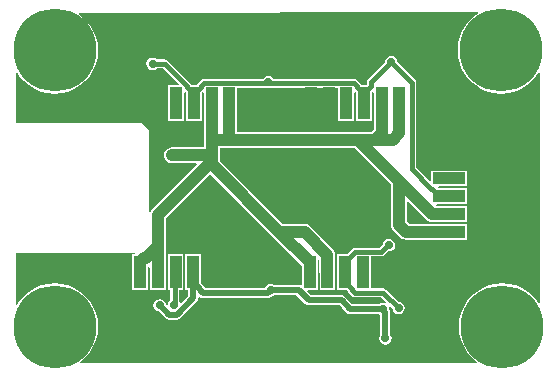
<source format=gtl>
G04*
G04 #@! TF.GenerationSoftware,Altium Limited,Altium Designer,19.1.8 (144)*
G04*
G04 Layer_Physical_Order=1*
G04 Layer_Color=255*
%FSLAX44Y44*%
%MOMM*%
G71*
G01*
G75*
%ADD16R,1.8000X3.8000*%
%ADD17R,1.0000X2.7000*%
%ADD18R,3.8000X1.8000*%
%ADD19R,2.7000X1.0000*%
%ADD25C,0.5000*%
%ADD26C,0.4000*%
%ADD27C,1.0000*%
%ADD28C,7.0000*%
%ADD29C,0.7000*%
G36*
X1548300Y2779800D02*
X1561700D01*
Y2803665D01*
X1562970Y2804325D01*
X1563300Y2804094D01*
Y2779800D01*
X1576700D01*
Y2804094D01*
X1577030Y2804325D01*
X1578300Y2803665D01*
Y2795439D01*
X1578242Y2795000D01*
Y2772799D01*
X1576201Y2770758D01*
X1462758D01*
Y2795000D01*
X1462700Y2795439D01*
Y2808427D01*
X1486483D01*
X1486971Y2808102D01*
X1489000Y2807698D01*
X1491029Y2808102D01*
X1491517Y2808427D01*
X1548300D01*
Y2779800D01*
D02*
G37*
G36*
X1667225Y2871537D02*
X1664362Y2869783D01*
X1659969Y2866031D01*
X1656217Y2861638D01*
X1653199Y2856713D01*
X1650988Y2851376D01*
X1649640Y2845759D01*
X1649187Y2840000D01*
X1649640Y2834241D01*
X1650988Y2828624D01*
X1653199Y2823287D01*
X1656217Y2818362D01*
X1659969Y2813969D01*
X1664362Y2810217D01*
X1669287Y2807199D01*
X1674624Y2804988D01*
X1680241Y2803640D01*
X1686000Y2803187D01*
X1691759Y2803640D01*
X1697376Y2804988D01*
X1702713Y2807199D01*
X1707638Y2810217D01*
X1712031Y2813969D01*
X1715783Y2818362D01*
X1717730Y2821539D01*
X1719000Y2821181D01*
Y2626360D01*
X1717778Y2626015D01*
X1716783Y2627639D01*
X1713031Y2632031D01*
X1708638Y2635783D01*
X1703713Y2638801D01*
X1698376Y2641012D01*
X1692759Y2642360D01*
X1687000Y2642813D01*
X1681241Y2642360D01*
X1675624Y2641012D01*
X1670287Y2638801D01*
X1665362Y2635783D01*
X1660969Y2632031D01*
X1657217Y2627639D01*
X1654199Y2622713D01*
X1651988Y2617376D01*
X1650640Y2611759D01*
X1650186Y2606000D01*
X1650640Y2600241D01*
X1651988Y2594624D01*
X1654199Y2589287D01*
X1657217Y2584362D01*
X1660969Y2579969D01*
X1665300Y2576270D01*
X1665301Y2576153D01*
X1664661Y2575000D01*
X1330339D01*
X1329699Y2576153D01*
X1329700Y2576270D01*
X1334031Y2579969D01*
X1337783Y2584362D01*
X1340801Y2589287D01*
X1343012Y2594624D01*
X1344360Y2600241D01*
X1344814Y2606000D01*
X1344360Y2611759D01*
X1343012Y2617376D01*
X1340801Y2622713D01*
X1337783Y2627639D01*
X1334031Y2632031D01*
X1329638Y2635783D01*
X1324713Y2638801D01*
X1319376Y2641012D01*
X1313759Y2642360D01*
X1308000Y2642813D01*
X1302241Y2642360D01*
X1296624Y2641012D01*
X1291287Y2638801D01*
X1286362Y2635783D01*
X1281969Y2632031D01*
X1278217Y2627639D01*
X1276270Y2624461D01*
X1275000Y2624819D01*
Y2668767D01*
X1376089Y2668767D01*
X1376768Y2667497D01*
X1376570Y2667200D01*
X1373681D01*
Y2660939D01*
X1373623Y2660500D01*
Y2652000D01*
X1373681Y2651561D01*
Y2636800D01*
X1387081D01*
Y2651561D01*
X1387139Y2652000D01*
Y2656064D01*
X1387353Y2656178D01*
X1388623Y2655417D01*
Y2652000D01*
X1388681Y2651561D01*
Y2636800D01*
X1402081D01*
Y2651561D01*
X1402139Y2652000D01*
Y2674000D01*
Y2697891D01*
X1439595Y2735348D01*
X1493472Y2681472D01*
X1517242Y2657701D01*
Y2652000D01*
X1517300Y2651561D01*
Y2641545D01*
X1516706Y2641227D01*
X1516030Y2640990D01*
X1514560Y2641282D01*
X1493951D01*
X1493029Y2641898D01*
X1491000Y2642302D01*
X1488971Y2641898D01*
X1487251Y2640749D01*
X1486102Y2639029D01*
X1486013Y2638582D01*
X1435415D01*
X1435256Y2638741D01*
X1435137Y2639339D01*
X1434209Y2640728D01*
X1432081Y2642856D01*
Y2667200D01*
X1418681D01*
Y2636800D01*
X1421099D01*
Y2631765D01*
X1415427Y2626093D01*
X1414211Y2626462D01*
X1414148Y2626779D01*
X1413588Y2627617D01*
Y2636800D01*
X1417081D01*
Y2667200D01*
X1403681D01*
Y2636800D01*
X1406043D01*
Y2628861D01*
X1405501Y2628499D01*
X1404352Y2626779D01*
X1404065Y2625338D01*
X1402798Y2624772D01*
X1402048Y2625274D01*
X1401898Y2626029D01*
X1400749Y2627749D01*
X1399029Y2628898D01*
X1397000Y2629302D01*
X1394971Y2628898D01*
X1393251Y2627749D01*
X1392102Y2626029D01*
X1391698Y2624000D01*
X1392102Y2621971D01*
X1393251Y2620251D01*
X1394971Y2619102D01*
X1396059Y2618885D01*
X1401901Y2613043D01*
X1403290Y2612115D01*
X1404929Y2611789D01*
X1411460D01*
X1413099Y2612115D01*
X1414489Y2613043D01*
X1428409Y2626964D01*
X1429337Y2628353D01*
X1429663Y2629991D01*
Y2630582D01*
X1430933Y2631058D01*
X1432003Y2630344D01*
X1433641Y2630018D01*
X1488300D01*
X1489939Y2630344D01*
X1491328Y2631272D01*
X1491941Y2631885D01*
X1493029Y2632102D01*
X1493951Y2632718D01*
X1512787D01*
X1520082Y2625422D01*
X1521472Y2624494D01*
X1523110Y2624168D01*
X1549166D01*
X1555361Y2617972D01*
X1556751Y2617044D01*
X1558389Y2616718D01*
X1583049D01*
X1583718Y2616271D01*
Y2598951D01*
X1583102Y2598029D01*
X1582698Y2596000D01*
X1583102Y2593971D01*
X1584251Y2592251D01*
X1585971Y2591102D01*
X1588000Y2590698D01*
X1590029Y2591102D01*
X1591749Y2592251D01*
X1592898Y2593971D01*
X1593302Y2596000D01*
X1592898Y2598029D01*
X1592282Y2598951D01*
Y2618459D01*
X1591956Y2620097D01*
X1591280Y2621110D01*
X1590913Y2622956D01*
X1590968Y2623035D01*
X1592138Y2623527D01*
X1593956Y2621708D01*
X1594352Y2619721D01*
X1595501Y2618001D01*
X1597221Y2616852D01*
X1599250Y2616448D01*
X1601279Y2616852D01*
X1602999Y2618001D01*
X1604148Y2619721D01*
X1604552Y2621750D01*
X1604148Y2623779D01*
X1602999Y2625499D01*
X1601279Y2626648D01*
X1599292Y2627043D01*
X1588868Y2637468D01*
X1587644Y2638285D01*
X1586200Y2638572D01*
X1586200Y2638572D01*
X1575700D01*
Y2665428D01*
X1584388D01*
X1584388Y2665428D01*
X1585832Y2665715D01*
X1587056Y2666532D01*
X1590351Y2669827D01*
X1591000Y2669698D01*
X1593029Y2670102D01*
X1594749Y2671251D01*
X1595898Y2672971D01*
X1596302Y2675000D01*
X1595898Y2677029D01*
X1594749Y2678749D01*
X1593029Y2679898D01*
X1591000Y2680302D01*
X1588971Y2679898D01*
X1587251Y2678749D01*
X1586102Y2677029D01*
X1585908Y2676055D01*
X1582825Y2672972D01*
X1562467D01*
X1561024Y2672685D01*
X1559800Y2671868D01*
X1557161Y2669229D01*
X1556693Y2668528D01*
X1555365Y2667200D01*
X1547300D01*
Y2636800D01*
X1555365D01*
X1556693Y2635472D01*
X1557161Y2634771D01*
X1559800Y2632133D01*
X1561024Y2631315D01*
X1562467Y2631028D01*
X1584637D01*
X1588527Y2627138D01*
X1588035Y2625968D01*
X1587956Y2625913D01*
X1586000Y2626302D01*
X1583971Y2625898D01*
X1583049Y2625282D01*
X1560163D01*
X1553967Y2631478D01*
X1552578Y2632406D01*
X1550939Y2632732D01*
X1524884D01*
X1521990Y2635627D01*
X1522476Y2636800D01*
X1530700D01*
Y2651561D01*
X1530758Y2652000D01*
Y2660500D01*
X1530700Y2660939D01*
Y2662851D01*
X1531970Y2663530D01*
X1532242Y2663348D01*
Y2652000D01*
X1532300Y2651561D01*
Y2636800D01*
X1545700D01*
Y2651561D01*
X1545758Y2652000D01*
Y2667000D01*
X1545527Y2668749D01*
X1544852Y2670379D01*
X1543779Y2671779D01*
X1524529Y2691028D01*
X1523129Y2692102D01*
X1521499Y2692777D01*
X1519750Y2693008D01*
X1501049D01*
X1447758Y2746299D01*
Y2757242D01*
X1562201D01*
X1592742Y2726701D01*
Y2692358D01*
X1592973Y2690609D01*
X1593648Y2688979D01*
X1594722Y2687579D01*
X1600579Y2681721D01*
X1601979Y2680648D01*
X1603609Y2679973D01*
X1605358Y2679742D01*
X1642000D01*
X1642439Y2679800D01*
X1657200D01*
Y2693200D01*
X1642439D01*
X1642000Y2693258D01*
X1608157D01*
X1606258Y2695157D01*
Y2711526D01*
X1607431Y2712012D01*
X1622722Y2696721D01*
X1624121Y2695648D01*
X1625751Y2694973D01*
X1626800Y2694834D01*
Y2694800D01*
X1627061D01*
X1627500Y2694742D01*
X1642000D01*
X1642439Y2694800D01*
X1657200D01*
Y2708200D01*
X1642439D01*
X1642000Y2708258D01*
X1631152D01*
X1630970Y2708530D01*
X1631649Y2709800D01*
X1657200D01*
Y2723200D01*
X1632906D01*
X1632675Y2723530D01*
X1633335Y2724800D01*
X1657200D01*
Y2738200D01*
X1626800D01*
Y2729962D01*
X1625627Y2729476D01*
X1614043Y2741059D01*
Y2812729D01*
X1613756Y2814173D01*
X1612938Y2815397D01*
X1598294Y2830042D01*
X1597898Y2832029D01*
X1596749Y2833749D01*
X1595029Y2834898D01*
X1593000Y2835302D01*
X1590971Y2834898D01*
X1589251Y2833749D01*
X1588102Y2832029D01*
X1587706Y2830042D01*
X1573632Y2815968D01*
X1572815Y2814744D01*
X1572527Y2813300D01*
X1572527Y2813300D01*
Y2811363D01*
X1571365Y2810200D01*
X1568635D01*
X1567307Y2811528D01*
X1566839Y2812229D01*
X1564200Y2814868D01*
X1562976Y2815685D01*
X1561533Y2815973D01*
X1561532Y2815973D01*
X1493268D01*
X1492749Y2816749D01*
X1491029Y2817898D01*
X1489000Y2818302D01*
X1486971Y2817898D01*
X1485251Y2816749D01*
X1484732Y2815973D01*
X1434467D01*
X1434467Y2815973D01*
X1433024Y2815685D01*
X1431800Y2814868D01*
X1431800Y2814868D01*
X1429161Y2812229D01*
X1428692Y2811528D01*
X1427365Y2810200D01*
X1424635D01*
X1423307Y2811528D01*
X1422839Y2812229D01*
X1422839Y2812229D01*
X1403900Y2831168D01*
X1402676Y2831985D01*
X1401233Y2832273D01*
X1401232Y2832273D01*
X1394714D01*
X1393029Y2833398D01*
X1391000Y2833802D01*
X1388971Y2833398D01*
X1387251Y2832249D01*
X1386102Y2830529D01*
X1385698Y2828500D01*
X1386102Y2826471D01*
X1387251Y2824751D01*
X1388971Y2823602D01*
X1391000Y2823198D01*
X1393029Y2823602D01*
X1394714Y2824727D01*
X1399670D01*
X1413024Y2811373D01*
X1412538Y2810200D01*
X1411512D01*
X1411000Y2810302D01*
X1410488Y2810200D01*
X1404300D01*
Y2779800D01*
X1417700D01*
Y2803665D01*
X1418970Y2804325D01*
X1419300Y2804094D01*
Y2779800D01*
X1432700D01*
Y2804094D01*
X1433030Y2804325D01*
X1434300Y2803665D01*
Y2795439D01*
X1434242Y2795000D01*
Y2764000D01*
Y2757758D01*
X1407000D01*
X1405251Y2757527D01*
X1403621Y2756852D01*
X1402222Y2755779D01*
X1401148Y2754379D01*
X1400473Y2752749D01*
X1400242Y2751000D01*
X1400473Y2749251D01*
X1401148Y2747621D01*
X1402222Y2746222D01*
X1403621Y2745148D01*
X1405251Y2744472D01*
X1407000Y2744242D01*
X1427716D01*
X1428202Y2743069D01*
X1390603Y2705469D01*
X1389529Y2704069D01*
X1389003Y2702802D01*
X1387733Y2703054D01*
X1387733Y2771748D01*
X1387665Y2772090D01*
X1387601Y2772411D01*
X1387601Y2772411D01*
X1387601Y2772411D01*
X1387409Y2772698D01*
X1387226Y2772973D01*
X1382229Y2777976D01*
X1382229Y2777976D01*
X1382228Y2777977D01*
X1381954Y2778160D01*
X1381667Y2778352D01*
X1381666Y2778352D01*
X1381666Y2778352D01*
X1381334Y2778418D01*
X1381004Y2778484D01*
X1381003Y2778484D01*
X1381003Y2778484D01*
X1275898Y2778483D01*
X1275000Y2779380D01*
Y2821181D01*
X1276270Y2821539D01*
X1278217Y2818362D01*
X1281969Y2813969D01*
X1286362Y2810217D01*
X1291287Y2807199D01*
X1296624Y2804988D01*
X1302241Y2803640D01*
X1308000Y2803187D01*
X1313759Y2803640D01*
X1319376Y2804988D01*
X1324713Y2807199D01*
X1329638Y2810217D01*
X1334031Y2813969D01*
X1337783Y2818362D01*
X1340801Y2823287D01*
X1343012Y2828624D01*
X1344360Y2834241D01*
X1344814Y2840000D01*
X1344360Y2845759D01*
X1343012Y2851376D01*
X1340801Y2856713D01*
X1337783Y2861638D01*
X1334031Y2866031D01*
X1329638Y2869783D01*
X1328268Y2870623D01*
X1328611Y2871845D01*
X1666865Y2872806D01*
X1667225Y2871537D01*
D02*
G37*
D16*
X1621500Y2605000D02*
D03*
X1501500D02*
D03*
X1477881D02*
D03*
X1357881D02*
D03*
X1502500Y2842000D02*
D03*
X1622500D02*
D03*
X1358500D02*
D03*
X1478500D02*
D03*
D17*
X1599000Y2652000D02*
D03*
X1584000D02*
D03*
X1569000D02*
D03*
X1554000D02*
D03*
X1539000D02*
D03*
X1524000D02*
D03*
X1455381D02*
D03*
X1440381D02*
D03*
X1425381D02*
D03*
X1410381D02*
D03*
X1395381D02*
D03*
X1380381D02*
D03*
X1525000Y2795000D02*
D03*
X1540000D02*
D03*
X1555000D02*
D03*
X1570000D02*
D03*
X1585000D02*
D03*
X1600000D02*
D03*
X1381000D02*
D03*
X1396000D02*
D03*
X1411000D02*
D03*
X1426000D02*
D03*
X1441000D02*
D03*
X1456000D02*
D03*
D18*
X1689000Y2784000D02*
D03*
Y2664000D02*
D03*
D19*
X1642000Y2761500D02*
D03*
Y2746500D02*
D03*
Y2731500D02*
D03*
Y2716500D02*
D03*
Y2701500D02*
D03*
Y2686500D02*
D03*
D25*
X1523110Y2628450D02*
X1550939D01*
X1558389Y2621000D01*
X1586000D01*
X1514560Y2637000D02*
X1523110Y2628450D01*
X1586000Y2620459D02*
Y2621000D01*
Y2620459D02*
X1588000Y2618459D01*
Y2596000D02*
Y2618459D01*
X1555000Y2795000D02*
Y2796000D01*
X1568000Y2644000D02*
X1569440D01*
X1491000Y2637000D02*
X1514560D01*
X1425381Y2629991D02*
Y2643500D01*
X1488300Y2634300D02*
X1491000Y2637000D01*
X1433641Y2634300D02*
X1488300D01*
X1431181Y2636760D02*
X1433641Y2634300D01*
X1431181Y2636760D02*
Y2637700D01*
X1425381Y2643500D02*
X1431181Y2637700D01*
X1425381Y2643500D02*
Y2652000D01*
X1404929Y2616071D02*
X1411460D01*
X1425381Y2629991D01*
X1397000Y2624000D02*
X1404929Y2616071D01*
D26*
X1409250Y2624750D02*
X1409816Y2625316D01*
Y2651435D01*
X1410381Y2652000D01*
X1586200Y2634800D02*
X1599250Y2621750D01*
X1562467Y2634800D02*
X1586200D01*
X1559828Y2637439D02*
X1562467Y2634800D01*
X1559828Y2637439D02*
Y2637672D01*
X1554000Y2643500D02*
X1559828Y2637672D01*
X1554000Y2643500D02*
Y2652000D01*
X1590188Y2675000D02*
X1591000D01*
X1584388Y2669200D02*
X1590188Y2675000D01*
X1562467Y2669200D02*
X1584388D01*
X1559828Y2666561D02*
X1562467Y2669200D01*
X1559828Y2666328D02*
Y2666561D01*
X1554000Y2660500D02*
X1559828Y2666328D01*
X1554000Y2652000D02*
Y2660500D01*
X1593000Y2830000D02*
X1610271Y2812729D01*
Y2739497D02*
Y2812729D01*
Y2739497D02*
X1626967Y2722800D01*
X1627200D01*
X1633500Y2716500D01*
X1576300Y2813300D02*
X1593000Y2830000D01*
X1576300Y2809800D02*
Y2813300D01*
X1570000Y2803500D02*
X1576300Y2809800D01*
X1489000Y2813000D02*
X1489812D01*
X1490612Y2812200D01*
X1561533D01*
X1564171Y2809561D01*
Y2809328D02*
Y2809561D01*
Y2809328D02*
X1570000Y2803500D01*
Y2795000D02*
Y2803500D01*
X1488200Y2812200D02*
X1489000Y2813000D01*
X1434467Y2812200D02*
X1488200D01*
X1431828Y2809561D02*
X1434467Y2812200D01*
X1431828Y2809328D02*
Y2809561D01*
X1426000Y2803500D02*
X1431828Y2809328D01*
X1426000Y2795000D02*
Y2803500D01*
X1391000Y2828500D02*
X1401233D01*
X1420172Y2809561D01*
Y2809328D02*
Y2809561D01*
Y2809328D02*
X1426000Y2803500D01*
D27*
X1459000Y2764000D02*
X1565000D01*
X1441000D02*
X1459000D01*
X1456000Y2767000D02*
X1459000Y2764000D01*
X1456000Y2767000D02*
Y2795000D01*
X1565000Y2764000D02*
X1599500Y2729500D01*
X1579000Y2764000D02*
X1594142D01*
X1600000Y2769858D01*
Y2795000D01*
X1599500Y2729500D02*
X1627500Y2701500D01*
X1599500Y2692358D02*
Y2729500D01*
Y2692358D02*
X1605358Y2686500D01*
X1642000D01*
X1498250Y2686250D02*
X1524000Y2660500D01*
X1441000Y2743500D02*
X1498250Y2686250D01*
X1519750D01*
X1539000Y2667000D01*
Y2652000D02*
Y2667000D01*
X1395381Y2674000D02*
Y2700691D01*
Y2652000D02*
Y2674000D01*
X1385181Y2663800D02*
X1395381Y2674000D01*
X1383681Y2663800D02*
X1385181D01*
X1380381Y2660500D02*
X1383681Y2663800D01*
X1380381Y2652000D02*
Y2660500D01*
X1441000Y2743500D02*
Y2746310D01*
X1524000Y2652000D02*
Y2660500D01*
X1436310Y2751000D02*
X1441000Y2746310D01*
X1407000Y2751000D02*
X1436310D01*
X1565000Y2764000D02*
X1579000D01*
X1627500Y2701500D02*
X1642000D01*
X1441000Y2764000D02*
Y2795000D01*
Y2746310D02*
Y2764000D01*
X1579000D02*
X1585000Y2770000D01*
Y2795000D01*
X1395381Y2700691D02*
X1441000Y2746310D01*
D28*
X1687000Y2606000D02*
D03*
X1686000Y2840000D02*
D03*
X1308000Y2606000D02*
D03*
Y2840000D02*
D03*
D29*
X1547750Y2620750D02*
D03*
X1710001Y2800002D02*
D03*
X1700001Y2780002D02*
D03*
X1710001Y2760002D02*
D03*
X1700001Y2740002D02*
D03*
X1710001Y2720002D02*
D03*
X1700001Y2700002D02*
D03*
X1710001Y2680002D02*
D03*
X1700001Y2660002D02*
D03*
X1710001Y2640002D02*
D03*
X1680001Y2780002D02*
D03*
X1690001Y2760002D02*
D03*
X1680001Y2740002D02*
D03*
X1690001Y2720002D02*
D03*
X1680001Y2700002D02*
D03*
X1690001Y2680002D02*
D03*
X1680001Y2660002D02*
D03*
X1670001Y2800002D02*
D03*
X1660001Y2780002D02*
D03*
X1670001Y2760002D02*
D03*
Y2720002D02*
D03*
Y2680002D02*
D03*
X1660001Y2660002D02*
D03*
X1640001Y2860002D02*
D03*
Y2820002D02*
D03*
X1650001Y2800002D02*
D03*
X1640001Y2780002D02*
D03*
X1650001Y2760002D02*
D03*
Y2640002D02*
D03*
X1640001Y2620002D02*
D03*
Y2580002D02*
D03*
X1620001Y2860002D02*
D03*
X1630001Y2840002D02*
D03*
X1620001Y2820002D02*
D03*
X1630001Y2800002D02*
D03*
X1620001Y2780002D02*
D03*
X1630001Y2760002D02*
D03*
Y2600002D02*
D03*
X1620001Y2580002D02*
D03*
X1600001Y2860002D02*
D03*
Y2580002D02*
D03*
X1580001Y2860002D02*
D03*
Y2580002D02*
D03*
X1560001Y2860002D02*
D03*
Y2740002D02*
D03*
X1570001Y2720002D02*
D03*
X1560001Y2700002D02*
D03*
X1570001Y2680002D02*
D03*
Y2600002D02*
D03*
X1560001Y2580002D02*
D03*
X1540001Y2860002D02*
D03*
Y2820002D02*
D03*
Y2740002D02*
D03*
X1550001Y2720002D02*
D03*
X1540001Y2700002D02*
D03*
X1550001Y2680002D02*
D03*
Y2600002D02*
D03*
X1540001Y2580002D02*
D03*
X1520001Y2860002D02*
D03*
Y2820002D02*
D03*
X1530001Y2800002D02*
D03*
X1520001Y2740002D02*
D03*
X1530001Y2720002D02*
D03*
X1520001Y2700002D02*
D03*
X1530001Y2600002D02*
D03*
X1520001Y2580002D02*
D03*
X1500001Y2860002D02*
D03*
X1510001Y2800002D02*
D03*
X1500001Y2740002D02*
D03*
X1510001Y2720002D02*
D03*
X1500001Y2700002D02*
D03*
Y2660002D02*
D03*
X1510001Y2600002D02*
D03*
X1500001Y2580002D02*
D03*
X1480001Y2860002D02*
D03*
X1490001Y2800002D02*
D03*
X1480001Y2780002D02*
D03*
Y2740002D02*
D03*
X1490001Y2720002D02*
D03*
X1480001Y2660002D02*
D03*
Y2620002D02*
D03*
Y2580002D02*
D03*
X1460001Y2860002D02*
D03*
Y2820002D02*
D03*
Y2740002D02*
D03*
Y2700002D02*
D03*
X1470001Y2680002D02*
D03*
X1460001Y2660002D02*
D03*
Y2620002D02*
D03*
Y2580002D02*
D03*
X1440001Y2860002D02*
D03*
Y2820002D02*
D03*
Y2700002D02*
D03*
X1450001Y2680002D02*
D03*
X1440001Y2660002D02*
D03*
Y2620002D02*
D03*
Y2580002D02*
D03*
X1420001Y2860002D02*
D03*
X1430001Y2720002D02*
D03*
Y2680002D02*
D03*
X1420001Y2580002D02*
D03*
X1400001Y2860002D02*
D03*
Y2780002D02*
D03*
X1410001Y2680002D02*
D03*
Y2600002D02*
D03*
X1400001Y2580002D02*
D03*
X1380001Y2860002D02*
D03*
Y2620002D02*
D03*
X1390001Y2600002D02*
D03*
X1380001Y2580002D02*
D03*
X1360001Y2860002D02*
D03*
X1370001Y2840002D02*
D03*
X1360001Y2820002D02*
D03*
Y2660002D02*
D03*
X1370001Y2640002D02*
D03*
X1360001Y2620002D02*
D03*
X1370001Y2600002D02*
D03*
X1360001Y2580002D02*
D03*
X1350001Y2840002D02*
D03*
Y2800002D02*
D03*
X1340001Y2660002D02*
D03*
X1350001Y2640002D02*
D03*
Y2600002D02*
D03*
X1340001Y2580002D02*
D03*
X1330001Y2800002D02*
D03*
X1320001Y2660002D02*
D03*
X1330001Y2640002D02*
D03*
X1300001Y2660002D02*
D03*
X1290001Y2800002D02*
D03*
X1280001Y2660002D02*
D03*
X1588000Y2596000D02*
D03*
X1555000Y2796000D02*
D03*
X1639000Y2731000D02*
D03*
X1411000Y2805000D02*
D03*
X1569440Y2644000D02*
D03*
X1586000Y2621000D02*
D03*
X1491000Y2637000D02*
D03*
X1397000Y2624000D02*
D03*
X1409250Y2624750D02*
D03*
X1599250Y2621750D02*
D03*
X1591000Y2675000D02*
D03*
X1633500Y2716500D02*
D03*
X1593000Y2830000D02*
D03*
X1489000Y2813000D02*
D03*
X1391000Y2828500D02*
D03*
X1407000Y2751000D02*
D03*
M02*

</source>
